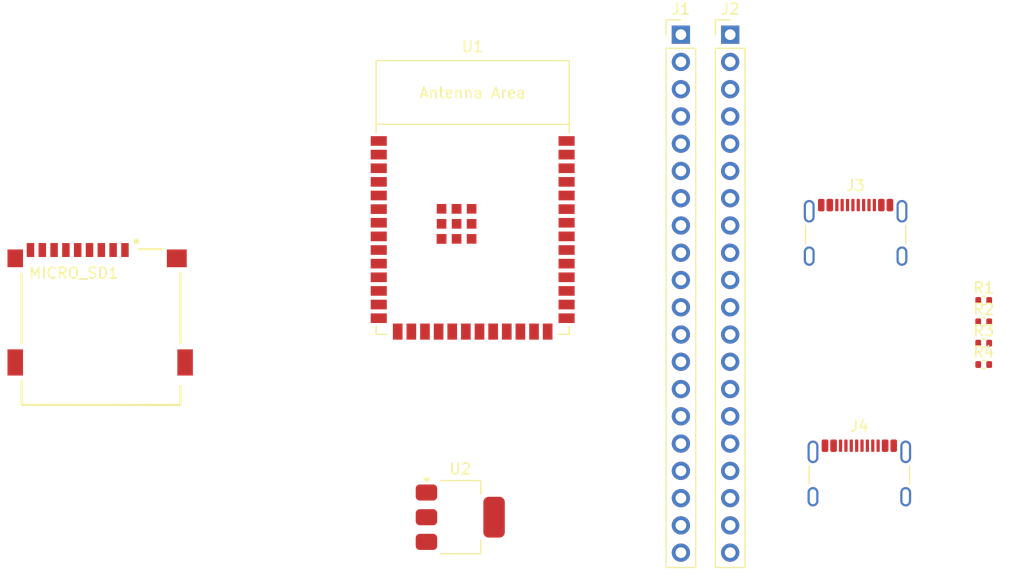
<source format=kicad_pcb>
(kicad_pcb (version 20241229) (generator "pcbnew") (generator_version "9.0")
  (layers (0 "F.Cu" signal) (2 "B.Cu" signal) (13 "F.Paste" user) (15 "B.Paste" user) (5 "F.SilkS" user "F.Silkscreen") (7 "B.SilkS" user "B.Silkscreen") (1 "F.Mask" user) (3 "B.Mask" user) (25 "Edge.Cuts" user))
  (net 0 "")
  (net 5 "Net-(U1-GND-Pad1)")
  (net 27 "+3.3V")
  (net 83 "Net-(J3-VBUS-PadA4)")
  (net 86 "Net-(J3-D+-PadA6)")
  (net 88 "Net-(J3-GND-PadA1)")
  (net 89 "Net-(J3-D--PadA7)")
  (net 96 "Net-(J4-D--PadA7)")
  (net 97 "Net-(J4-GND-PadA1)")
  (net 98 "Net-(J4-D+-PadA6)")
  (net 99 "Net-(J4-VBUS-PadA4)")
  (net 101 "Net-(J3-CC2)")
  (net 102 "Net-(J3-CC1)")
  (net 103 "Net-(J4-CC2)")
  (net 104 "Net-(J4-CC1)")
  (net 105 "SHIELD")
  (footprint "Connector_USB:USB_C_Receptacle_GCT_USB4105-xx-A_16P_TopMnt_Horizontal" (layer "F.Cu") (at 178.308 85.344)
    (property "Reference" "J3" (at 0 -5.5 0) (layer "F.SilkS"))
    (property "Value" "USB_C_Receptacle_USB2.0_16P")
    (fp_line (start -4.67 -0.1) (end -4.67 -1.8) (stroke (width 0.12)) (layer "F.SilkS"))
    (fp_line (start 4.67 -0.1) (end 4.67 -1.8) (stroke (width 0.12)) (layer "F.SilkS"))
    (pad "" np_thru_hole circle (at -2.89 -2.605) (size 0.65 0.65) (drill 0.65) (layers "*.Cu" "*.Mask"))
    (pad "" np_thru_hole circle (at 2.89 -2.605) (size 0.65 0.65) (drill 0.65) (layers "*.Cu" "*.Mask"))
    (pad "A1" smd roundrect (at -3.2 -3.68) (size 0.6 1.15) (layers "F.Cu" "F.Mask" "F.Paste") (net 88 "Net-(J3-GND-PadA1)"))
    (pad "A4" smd roundrect (at -2.4 -3.68) (size 0.6 1.15) (layers "F.Cu" "F.Mask" "F.Paste") (net 83 "Net-(J3-VBUS-PadA4)"))
    (pad "A5" smd roundrect (at -1.25 -3.68) (size 0.3 1.15) (layers "F.Cu" "F.Mask" "F.Paste") (net 102 "Net-(J3-CC1)"))
    (pad "A6" smd roundrect (at -0.25 -3.68) (size 0.3 1.15) (layers "F.Cu" "F.Mask" "F.Paste") (net 86 "Net-(J3-D+-PadA6)"))
    (pad "A7" smd roundrect (at 0.25 -3.68) (size 0.3 1.15) (layers "F.Cu" "F.Mask" "F.Paste") (net 89 "Net-(J3-D--PadA7)"))
    (pad "A8" smd roundrect (at 1.25 -3.68) (size 0.3 1.15) (layers "F.Cu" "F.Mask" "F.Paste"))
    (pad "A9" smd roundrect (at 2.4 -3.68) (size 0.6 1.15) (layers "F.Cu" "F.Mask" "F.Paste") (net 83 "Net-(J3-VBUS-PadA4)"))
    (pad "A12" smd roundrect (at 3.2 -3.68) (size 0.6 1.15) (layers "F.Cu" "F.Mask" "F.Paste") (net 88 "Net-(J3-GND-PadA1)"))
    (pad "B1" smd roundrect (at 3.2 -3.68) (size 0.6 1.15) (layers "F.Cu" "F.Mask" "F.Paste") (net 88 "Net-(J3-GND-PadA1)"))
    (pad "B4" smd roundrect (at 2.4 -3.68) (size 0.6 1.15) (layers "F.Cu" "F.Mask" "F.Paste") (net 83 "Net-(J3-VBUS-PadA4)"))
    (pad "B5" smd roundrect (at 1.75 -3.68) (size 0.3 1.15) (layers "F.Cu" "F.Mask" "F.Paste") (net 101 "Net-(J3-CC2)"))
    (pad "B6" smd roundrect (at 0.75 -3.68) (size 0.3 1.15) (layers "F.Cu" "F.Mask" "F.Paste") (net 86 "Net-(J3-D+-PadA6)"))
    (pad "B7" smd roundrect (at -0.75 -3.68) (size 0.3 1.15) (layers "F.Cu" "F.Mask" "F.Paste") (net 89 "Net-(J3-D--PadA7)"))
    (pad "B8" smd roundrect (at -1.75 -3.68) (size 0.3 1.15) (layers "F.Cu" "F.Mask" "F.Paste"))
    (pad "B9" smd roundrect (at -2.4 -3.68) (size 0.6 1.15) (layers "F.Cu" "F.Mask" "F.Paste") (net 83 "Net-(J3-VBUS-PadA4)"))
    (pad "B12" smd roundrect (at -3.2 -3.68) (size 0.6 1.15) (layers "F.Cu" "F.Mask" "F.Paste") (net 88 "Net-(J3-GND-PadA1)"))
    (pad "S1" thru_hole oval (at -4.32 -3.105) (size 1 2.1) (drill oval 0.6 1.7) (property pad_prop_heatsink) (layers "*.Cu" "*.Mask" "F.Paste"))
    (pad "S1" thru_hole oval (at -4.32 1.075) (size 1 1.8) (drill oval 0.6 1.4) (property pad_prop_heatsink) (layers "*.Cu" "*.Mask" "F.Paste"))
    (pad "S1" thru_hole oval (at 4.32 -3.105) (size 1 2.1) (drill oval 0.6 1.7) (property pad_prop_heatsink) (layers "*.Cu" "*.Mask" "F.Paste"))
    (pad "S1" thru_hole oval (at 4.32 1.075) (size 1 1.8) (drill oval 0.6 1.4) (property pad_prop_heatsink) (layers "*.Cu" "*.Mask" "F.Paste"))
  )
  (footprint "proj_foot:TF-01A" (layer "F.Cu") (at 108.0062 93.0258)
    (property "Reference" "MICRO_SD1" (at -2.54 -5.024 0) (layer "F.SilkS"))
    (property "Value" "TF-01A")
    (fp_line (start -7.4 -5) (end -7.4 1.5) (stroke (width 0.2032)) (layer "F.SilkS"))
    (fp_line (start -7.4 5) (end -7.39902 7.25) (stroke (width 0.2032)) (layer "F.SilkS"))
    (fp_line (start -7.39902 7.25) (end 7.39902 7.2627) (stroke (width 0.2032)) (layer "F.SilkS"))
    (fp_line (start 3.5 -7.25) (end 5.738 -7.25) (stroke (width 0.2032)) (layer "F.SilkS"))
    (fp_line (start 7.39902 7.2627) (end 7.4 5.5) (stroke (width 0.2032)) (layer "F.SilkS"))
    (fp_line (start 7.4 1.5) (end 7.4 -5) (stroke (width 0.2032)) (layer "F.SilkS"))
    (fp_circle (center 3.29565 -7.98449) (end 3.54965 -7.98449) (fill yes) (layer "F.SilkS"))
    (pad "" np_thru_hole circle (at -5.0038 3.5306) (size 0.999997 0.999997) (drill 0.999997) (layers "*.Cu" "*.Mask"))
    (pad "" np_thru_hole circle (at 2.9718 3.5306) (size 0.999997 0.999997) (drill 0.999997) (layers "*.Cu" "*.Mask"))
    (pad "1" smd rect (at 2.2298 -7.1738) (size 0.7 1.3) (layers "F.Cu" "F.Mask" "F.Paste"))
    (pad "2" smd rect (at 1.1298 -7.1738) (size 0.7 1.3) (layers "F.Cu" "F.Mask" "F.Paste"))
    (pad "3" smd rect (at 0.0298 -7.1738) (size 0.7 1.3) (layers "F.Cu" "F.Mask" "F.Paste"))
    (pad "4" smd rect (at -1.0702 -7.1738) (size 0.7 1.3) (layers "F.Cu" "F.Mask" "F.Paste"))
    (pad "5" smd rect (at -2.1702 -7.1738) (size 0.7 1.3) (layers "F.Cu" "F.Mask" "F.Paste"))
    (pad "6" smd rect (at -3.2702 -7.1738) (size 0.7 1.3) (layers "F.Cu" "F.Mask" "F.Paste"))
    (pad "7" smd rect (at -4.3702 -7.1738) (size 0.7 1.3) (layers "F.Cu" "F.Mask" "F.Paste"))
    (pad "8" smd rect (at -5.4702 -7.1738) (size 0.7 1.3) (layers "F.Cu" "F.Mask" "F.Paste"))
    (pad "CD1" smd rect (at -6.5702 -7.1738) (size 0.7 1.3) (layers "F.Cu" "F.Mask" "F.Paste"))
    (pad "MP1" smd rect (at -7.9886 -6.4) (size 1.4478 1.651) (layers "F.Cu" "F.Mask" "F.Paste") (net 105 "SHIELD"))
    (pad "MP2" smd rect (at -7.9886 3.3) (size 1.4478 2.4384) (layers "F.Cu" "F.Mask" "F.Paste") (net 105 "SHIELD"))
    (pad "MP3" smd rect (at 7.8362 3.3) (size 1.4478 2.4384) (layers "F.Cu" "F.Mask" "F.Paste") (net 105 "SHIELD"))
    (pad "MP4" smd rect (at 7.0612 -6.4) (size 1.8542 1.651) (layers "F.Cu" "F.Mask" "F.Paste") (net 105 "SHIELD"))
  )
  (footprint "Connector_PinHeader_2.54mm:PinHeader_1x20_P2.54mm_Vertical" (layer "F.Cu") (at 162.034 65.786)
    (property "Reference" "J1" (at 0 -2.38 0) (layer "F.SilkS"))
    (property "Value" "Conn_01x20_Pin")
    (fp_line (start -1.38 -1.38) (end 0 -1.38) (stroke (width 0.12)) (layer "F.SilkS"))
    (fp_line (start -1.38 0) (end -1.38 -1.38) (stroke (width 0.12)) (layer "F.SilkS"))
    (fp_line (start -1.38 1.27) (end -1.38 49.64) (stroke (width 0.12)) (layer "F.SilkS"))
    (fp_line (start -1.38 1.27) (end 1.38 1.27) (stroke (width 0.12)) (layer "F.SilkS"))
    (fp_line (start -1.38 49.64) (end 1.38 49.64) (stroke (width 0.12)) (layer "F.SilkS"))
    (fp_line (start 1.38 1.27) (end 1.38 49.64) (stroke (width 0.12)) (layer "F.SilkS"))
    (pad "1" thru_hole rect (at 0 0) (size 1.7 1.7) (drill 1) (layers "*.Cu" "*.Mask"))
    (pad "2" thru_hole circle (at 0 2.54) (size 1.7 1.7) (drill 1) (layers "*.Cu" "*.Mask"))
    (pad "3" thru_hole circle (at 0 5.08) (size 1.7 1.7) (drill 1) (layers "*.Cu" "*.Mask"))
    (pad "4" thru_hole circle (at 0 7.62) (size 1.7 1.7) (drill 1) (layers "*.Cu" "*.Mask"))
    (pad "5" thru_hole circle (at 0 10.16) (size 1.7 1.7) (drill 1) (layers "*.Cu" "*.Mask"))
    (pad "6" thru_hole circle (at 0 12.7) (size 1.7 1.7) (drill 1) (layers "*.Cu" "*.Mask"))
    (pad "7" thru_hole circle (at 0 15.24) (size 1.7 1.7) (drill 1) (layers "*.Cu" "*.Mask"))
    (pad "8" thru_hole circle (at 0 17.78) (size 1.7 1.7) (drill 1) (layers "*.Cu" "*.Mask"))
    (pad "9" thru_hole circle (at 0 20.32) (size 1.7 1.7) (drill 1) (layers "*.Cu" "*.Mask"))
    (pad "10" thru_hole circle (at 0 22.86) (size 1.7 1.7) (drill 1) (layers "*.Cu" "*.Mask"))
    (pad "11" thru_hole circle (at 0 25.4) (size 1.7 1.7) (drill 1) (layers "*.Cu" "*.Mask"))
    (pad "12" thru_hole circle (at 0 27.94) (size 1.7 1.7) (drill 1) (layers "*.Cu" "*.Mask"))
    (pad "13" thru_hole circle (at 0 30.48) (size 1.7 1.7) (drill 1) (layers "*.Cu" "*.Mask"))
    (pad "14" thru_hole circle (at 0 33.02) (size 1.7 1.7) (drill 1) (layers "*.Cu" "*.Mask"))
    (pad "15" thru_hole circle (at 0 35.56) (size 1.7 1.7) (drill 1) (layers "*.Cu" "*.Mask"))
    (pad "16" thru_hole circle (at 0 38.1) (size 1.7 1.7) (drill 1) (layers "*.Cu" "*.Mask"))
    (pad "17" thru_hole circle (at 0 40.64) (size 1.7 1.7) (drill 1) (layers "*.Cu" "*.Mask"))
    (pad "18" thru_hole circle (at 0 43.18) (size 1.7 1.7) (drill 1) (layers "*.Cu" "*.Mask"))
    (pad "19" thru_hole circle (at 0 45.72) (size 1.7 1.7) (drill 1) (layers "*.Cu" "*.Mask"))
    (pad "20" thru_hole circle (at 0 48.26) (size 1.7 1.7) (drill 1) (layers "*.Cu" "*.Mask"))
  )
  (footprint "Connector_PinHeader_2.54mm:PinHeader_1x20_P2.54mm_Vertical" (layer "F.Cu") (at 166.624 65.786)
    (property "Reference" "J2" (at 0 -2.38 0) (layer "F.SilkS"))
    (property "Value" "Conn_01x20_Pin")
    (fp_line (start -1.38 -1.38) (end 0 -1.38) (stroke (width 0.12)) (layer "F.SilkS"))
    (fp_line (start -1.38 0) (end -1.38 -1.38) (stroke (width 0.12)) (layer "F.SilkS"))
    (fp_line (start -1.38 1.27) (end -1.38 49.64) (stroke (width 0.12)) (layer "F.SilkS"))
    (fp_line (start -1.38 1.27) (end 1.38 1.27) (stroke (width 0.12)) (layer "F.SilkS"))
    (fp_line (start -1.38 49.64) (end 1.38 49.64) (stroke (width 0.12)) (layer "F.SilkS"))
    (fp_line (start 1.38 1.27) (end 1.38 49.64) (stroke (width 0.12)) (layer "F.SilkS"))
    (pad "1" thru_hole rect (at 0 0) (size 1.7 1.7) (drill 1) (layers "*.Cu" "*.Mask"))
    (pad "2" thru_hole circle (at 0 2.54) (size 1.7 1.7) (drill 1) (layers "*.Cu" "*.Mask"))
    (pad "3" thru_hole circle (at 0 5.08) (size 1.7 1.7) (drill 1) (layers "*.Cu" "*.Mask"))
    (pad "4" thru_hole circle (at 0 7.62) (size 1.7 1.7) (drill 1) (layers "*.Cu" "*.Mask"))
    (pad "5" thru_hole circle (at 0 10.16) (size 1.7 1.7) (drill 1) (layers "*.Cu" "*.Mask"))
    (pad "6" thru_hole circle (at 0 12.7) (size 1.7 1.7) (drill 1) (layers "*.Cu" "*.Mask"))
    (pad "7" thru_hole circle (at 0 15.24) (size 1.7 1.7) (drill 1) (layers "*.Cu" "*.Mask"))
    (pad "8" thru_hole circle (at 0 17.78) (size 1.7 1.7) (drill 1) (layers "*.Cu" "*.Mask"))
    (pad "9" thru_hole circle (at 0 20.32) (size 1.7 1.7) (drill 1) (layers "*.Cu" "*.Mask"))
    (pad "10" thru_hole circle (at 0 22.86) (size 1.7 1.7) (drill 1) (layers "*.Cu" "*.Mask"))
    (pad "11" thru_hole circle (at 0 25.4) (size 1.7 1.7) (drill 1) (layers "*.Cu" "*.Mask"))
    (pad "12" thru_hole circle (at 0 27.94) (size 1.7 1.7) (drill 1) (layers "*.Cu" "*.Mask"))
    (pad "13" thru_hole circle (at 0 30.48) (size 1.7 1.7) (drill 1) (layers "*.Cu" "*.Mask"))
    (pad "14" thru_hole circle (at 0 33.02) (size 1.7 1.7) (drill 1) (layers "*.Cu" "*.Mask"))
    (pad "15" thru_hole circle (at 0 35.56) (size 1.7 1.7) (drill 1) (layers "*.Cu" "*.Mask"))
    (pad "16" thru_hole circle (at 0 38.1) (size 1.7 1.7) (drill 1) (layers "*.Cu" "*.Mask"))
    (pad "17" thru_hole circle (at 0 40.64) (size 1.7 1.7) (drill 1) (layers "*.Cu" "*.Mask"))
    (pad "18" thru_hole circle (at 0 43.18) (size 1.7 1.7) (drill 1) (layers "*.Cu" "*.Mask"))
    (pad "19" thru_hole circle (at 0 45.72) (size 1.7 1.7) (drill 1) (layers "*.Cu" "*.Mask"))
    (pad "20" thru_hole circle (at 0 48.26) (size 1.7 1.7) (drill 1) (layers "*.Cu" "*.Mask"))
  )
  (footprint "Resistor_SMD:R_0402_1005Metric" (layer "F.Cu") (at 190.244 94.53)
    (property "Reference" "R3" (at 0 -1.17 0) (layer "F.SilkS"))
    (property "Value" "4k7 0402")
    (fp_line (start -0.153641 -0.38) (end 0.153641 -0.38) (stroke (width 0.12)) (layer "F.SilkS"))
    (fp_line (start -0.153641 0.38) (end 0.153641 0.38) (stroke (width 0.12)) (layer "F.SilkS"))
    (pad "1" smd roundrect (at -0.51 0) (size 0.54 0.64) (layers "F.Cu" "F.Mask" "F.Paste") (net 104 "Net-(J4-CC1)"))
    (pad "2" smd roundrect (at 0.51 0) (size 0.54 0.64) (layers "F.Cu" "F.Mask" "F.Paste"))
  )
  (footprint "Package_TO_SOT_SMD:SOT-223-3_TabPin2" (layer "F.Cu") (at 141.478 110.744)
    (property "Reference" "U2" (at 0 -4.5 0) (layer "F.SilkS"))
    (property "Value" "AMS1117-3.3")
    (fp_line (start -1.85 -3.41) (end 1.91 -3.41) (stroke (width 0.12)) (layer "F.SilkS"))
    (fp_line (start -1.85 3.41) (end 1.91 3.41) (stroke (width 0.12)) (layer "F.SilkS"))
    (fp_line (start 1.91 -3.41) (end 1.91 -2.15) (stroke (width 0.12)) (layer "F.SilkS"))
    (fp_line (start 1.91 3.41) (end 1.91 2.15) (stroke (width 0.12)) (layer "F.SilkS"))
    (fp_poly (pts (xy -3.13 -3.31) (xy -3.37 -3.64) (xy -2.89 -3.64) (xy -3.13 -3.31)) (stroke (width 0.12)) (fill yes) (layer "F.SilkS"))
    (pad "1" smd roundrect (at -3.15 -2.3) (size 2 1.5) (layers "F.Cu" "F.Mask" "F.Paste"))
    (pad "2" smd roundrect (at -3.15 0) (size 2 1.5) (layers "F.Cu" "F.Mask" "F.Paste"))
    (pad "2" smd roundrect (at 3.15 0) (size 2 3.8) (layers "F.Cu" "F.Mask" "F.Paste"))
    (pad "3" smd roundrect (at -3.15 2.3) (size 2 1.5) (layers "F.Cu" "F.Mask" "F.Paste"))
  )
  (footprint "Connector_USB:USB_C_Receptacle_GCT_USB4105-xx-A_16P_TopMnt_Horizontal" (layer "F.Cu") (at 178.658 107.761)
    (property "Reference" "J4" (at 0 -5.5 0) (layer "F.SilkS"))
    (property "Value" "USB_C_Receptacle_USB2.0_16P")
    (fp_line (start -4.67 -0.1) (end -4.67 -1.8) (stroke (width 0.12)) (layer "F.SilkS"))
    (fp_line (start 4.67 -0.1) (end 4.67 -1.8) (stroke (width 0.12)) (layer "F.SilkS"))
    (pad "" np_thru_hole circle (at -2.89 -2.605) (size 0.65 0.65) (drill 0.65) (layers "*.Cu" "*.Mask"))
    (pad "" np_thru_hole circle (at 2.89 -2.605) (size 0.65 0.65) (drill 0.65) (layers "*.Cu" "*.Mask"))
    (pad "A1" smd roundrect (at -3.2 -3.68) (size 0.6 1.15) (layers "F.Cu" "F.Mask" "F.Paste") (net 97 "Net-(J4-GND-PadA1)"))
    (pad "A4" smd roundrect (at -2.4 -3.68) (size 0.6 1.15) (layers "F.Cu" "F.Mask" "F.Paste") (net 99 "Net-(J4-VBUS-PadA4)"))
    (pad "A5" smd roundrect (at -1.25 -3.68) (size 0.3 1.15) (layers "F.Cu" "F.Mask" "F.Paste") (net 104 "Net-(J4-CC1)"))
    (pad "A6" smd roundrect (at -0.25 -3.68) (size 0.3 1.15) (layers "F.Cu" "F.Mask" "F.Paste") (net 98 "Net-(J4-D+-PadA6)"))
    (pad "A7" smd roundrect (at 0.25 -3.68) (size 0.3 1.15) (layers "F.Cu" "F.Mask" "F.Paste") (net 96 "Net-(J4-D--PadA7)"))
    (pad "A8" smd roundrect (at 1.25 -3.68) (size 0.3 1.15) (layers "F.Cu" "F.Mask" "F.Paste"))
    (pad "A9" smd roundrect (at 2.4 -3.68) (size 0.6 1.15) (layers "F.Cu" "F.Mask" "F.Paste") (net 99 "Net-(J4-VBUS-PadA4)"))
    (pad "A12" smd roundrect (at 3.2 -3.68) (size 0.6 1.15) (layers "F.Cu" "F.Mask" "F.Paste") (net 97 "Net-(J4-GND-PadA1)"))
    (pad "B1" smd roundrect (at 3.2 -3.68) (size 0.6 1.15) (layers "F.Cu" "F.Mask" "F.Paste") (net 97 "Net-(J4-GND-PadA1)"))
    (pad "B4" smd roundrect (at 2.4 -3.68) (size 0.6 1.15) (layers "F.Cu" "F.Mask" "F.Paste") (net 99 "Net-(J4-VBUS-PadA4)"))
    (pad "B5" smd roundrect (at 1.75 -3.68) (size 0.3 1.15) (layers "F.Cu" "F.Mask" "F.Paste") (net 103 "Net-(J4-CC2)"))
    (pad "B6" smd roundrect (at 0.75 -3.68) (size 0.3 1.15) (layers "F.Cu" "F.Mask" "F.Paste") (net 98 "Net-(J4-D+-PadA6)"))
    (pad "B7" smd roundrect (at -0.75 -3.68) (size 0.3 1.15) (layers "F.Cu" "F.Mask" "F.Paste") (net 96 "Net-(J4-D--PadA7)"))
    (pad "B8" smd roundrect (at -1.75 -3.68) (size 0.3 1.15) (layers "F.Cu" "F.Mask" "F.Paste"))
    (pad "B9" smd roundrect (at -2.4 -3.68) (size 0.6 1.15) (layers "F.Cu" "F.Mask" "F.Paste") (net 99 "Net-(J4-VBUS-PadA4)"))
    (pad "B12" smd roundrect (at -3.2 -3.68) (size 0.6 1.15) (layers "F.Cu" "F.Mask" "F.Paste") (net 97 "Net-(J4-GND-PadA1)"))
    (pad "S1" thru_hole oval (at -4.32 -3.105) (size 1 2.1) (drill oval 0.6 1.7) (property pad_prop_heatsink) (layers "*.Cu" "*.Mask" "F.Paste"))
    (pad "S1" thru_hole oval (at -4.32 1.075) (size 1 1.8) (drill oval 0.6 1.4) (property pad_prop_heatsink) (layers "*.Cu" "*.Mask" "F.Paste"))
    (pad "S1" thru_hole oval (at 4.32 -3.105) (size 1 2.1) (drill oval 0.6 1.7) (property pad_prop_heatsink) (layers "*.Cu" "*.Mask" "F.Paste"))
    (pad "S1" thru_hole oval (at 4.32 1.075) (size 1 1.8) (drill oval 0.6 1.4) (property pad_prop_heatsink) (layers "*.Cu" "*.Mask" "F.Paste"))
  )
  (footprint "Resistor_SMD:R_0402_1005Metric" (layer "F.Cu") (at 190.244 92.54)
    (property "Reference" "R2" (at 0 -1.17 0) (layer "F.SilkS"))
    (property "Value" "4k7 0402")
    (fp_line (start -0.153641 -0.38) (end 0.153641 -0.38) (stroke (width 0.12)) (layer "F.SilkS"))
    (fp_line (start -0.153641 0.38) (end 0.153641 0.38) (stroke (width 0.12)) (layer "F.SilkS"))
    (pad "1" smd roundrect (at -0.51 0) (size 0.54 0.64) (layers "F.Cu" "F.Mask" "F.Paste") (net 101 "Net-(J3-CC2)"))
    (pad "2" smd roundrect (at 0.51 0) (size 0.54 0.64) (layers "F.Cu" "F.Mask" "F.Paste"))
  )
  (footprint "Resistor_SMD:R_0402_1005Metric" (layer "F.Cu") (at 190.244 96.52)
    (property "Reference" "R4" (at 0 -1.17 0) (layer "F.SilkS"))
    (property "Value" "4k7 0402")
    (fp_line (start -0.153641 -0.38) (end 0.153641 -0.38) (stroke (width 0.12)) (layer "F.SilkS"))
    (fp_line (start -0.153641 0.38) (end 0.153641 0.38) (stroke (width 0.12)) (layer "F.SilkS"))
    (pad "1" smd roundrect (at -0.51 0) (size 0.54 0.64) (layers "F.Cu" "F.Mask" "F.Paste") (net 103 "Net-(J4-CC2)"))
    (pad "2" smd roundrect (at 0.51 0) (size 0.54 0.64) (layers "F.Cu" "F.Mask" "F.Paste"))
  )
  (footprint "PCM_Espressif:ESP32-S3-WROOM-1" (layer "F.Cu") (at 142.634 83.952)
    (property "Reference" "U1" (at 0 -17.05 0) (layer "F.SilkS"))
    (property "Value" "ESP32-S3-WROOM-1")
    (fp_line (start -9 -15.75) (end -9 -9) (stroke (width 0.12)) (layer "F.SilkS"))
    (fp_line (start -9 -15.75) (end 9 -15.75) (stroke (width 0.12)) (layer "F.SilkS"))
    (fp_line (start -9 9) (end -9 9.75) (stroke (width 0.12)) (layer "F.SilkS"))
    (fp_line (start -9 9.75) (end -8 9.75) (stroke (width 0.12)) (layer "F.SilkS"))
    (fp_line (start 9 -15.75) (end 9 -9) (stroke (width 0.12)) (layer "F.SilkS"))
    (fp_line (start 9 -9.81) (end -9 -9.81) (stroke (width 0.12)) (layer "F.SilkS"))
    (fp_line (start 9 9) (end 9 9.75) (stroke (width 0.12)) (layer "F.SilkS"))
    (fp_line (start 9 9.75) (end 8 9.75) (stroke (width 0.12)) (layer "F.SilkS"))
    (fp_text user "Antenna Area" (at 0 -12.75 0) (layer "F.SilkS"))
    (pad "1" smd rect (at -8.75 -8.26) (size 1.5 0.9) (layers "F.Cu" "F.Mask" "F.Paste") (net 5 "Net-(U1-GND-Pad1)"))
    (pad "2" smd rect (at -8.75 -6.99) (size 1.5 0.9) (layers "F.Cu" "F.Mask" "F.Paste") (net 27 "+3.3V"))
    (pad "3" smd rect (at -8.75 -5.72) (size 1.5 0.9) (layers "F.Cu" "F.Mask" "F.Paste"))
    (pad "4" smd rect (at -8.75 -4.45) (size 1.5 0.9) (layers "F.Cu" "F.Mask" "F.Paste"))
    (pad "5" smd rect (at -8.75 -3.18) (size 1.5 0.9) (layers "F.Cu" "F.Mask" "F.Paste"))
    (pad "6" smd rect (at -8.75 -1.91) (size 1.5 0.9) (layers "F.Cu" "F.Mask" "F.Paste"))
    (pad "7" smd rect (at -8.75 -0.64) (size 1.5 0.9) (layers "F.Cu" "F.Mask" "F.Paste"))
    (pad "8" smd rect (at -8.75 0.63) (size 1.5 0.9) (layers "F.Cu" "F.Mask" "F.Paste"))
    (pad "9" smd rect (at -8.75 1.9) (size 1.5 0.9) (layers "F.Cu" "F.Mask" "F.Paste"))
    (pad "10" smd rect (at -8.75 3.17) (size 1.5 0.9) (layers "F.Cu" "F.Mask" "F.Paste"))
    (pad "11" smd rect (at -8.75 4.44) (size 1.5 0.9) (layers "F.Cu" "F.Mask" "F.Paste"))
    (pad "12" smd rect (at -8.75 5.71) (size 1.5 0.9) (layers "F.Cu" "F.Mask" "F.Paste"))
    (pad "13" smd rect (at -8.75 6.98) (size 1.5 0.9) (layers "F.Cu" "F.Mask" "F.Paste"))
    (pad "14" smd rect (at -8.75 8.25) (size 1.5 0.9) (layers "F.Cu" "F.Mask" "F.Paste"))
    (pad "15" smd rect (at -6.985 9.5 90) (size 1.5 0.9) (layers "F.Cu" "F.Mask" "F.Paste"))
    (pad "16" smd rect (at -5.715 9.5 90) (size 1.5 0.9) (layers "F.Cu" "F.Mask" "F.Paste"))
    (pad "17" smd rect (at -4.445 9.5 90) (size 1.5 0.9) (layers "F.Cu" "F.Mask" "F.Paste"))
    (pad "18" smd rect (at -3.175 9.5 90) (size 1.5 0.9) (layers "F.Cu" "F.Mask" "F.Paste"))
    (pad "19" smd rect (at -1.905 9.5 90) (size 1.5 0.9) (layers "F.Cu" "F.Mask" "F.Paste"))
    (pad "20" smd rect (at -0.635 9.5 90) (size 1.5 0.9) (layers "F.Cu" "F.Mask" "F.Paste"))
    (pad "21" smd rect (at 0.635 9.5 90) (size 1.5 0.9) (layers "F.Cu" "F.Mask" "F.Paste"))
    (pad "22" smd rect (at 1.905 9.5 90) (size 1.5 0.9) (layers "F.Cu" "F.Mask" "F.Paste"))
    (pad "23" smd rect (at 3.175 9.5 90) (size 1.5 0.9) (layers "F.Cu" "F.Mask" "F.Paste"))
    (pad "24" smd rect (at 4.445 9.5 90) (size 1.5 0.9) (layers "F.Cu" "F.Mask" "F.Paste"))
    (pad "25" smd rect (at 5.715 9.5 90) (size 1.5 0.9) (layers "F.Cu" "F.Mask" "F.Paste"))
    (pad "26" smd rect (at 6.985 9.5 90) (size 1.5 0.9) (layers "F.Cu" "F.Mask" "F.Paste"))
    (pad "27" smd rect (at 8.75 8.25 180) (size 1.5 0.9) (layers "F.Cu" "F.Mask" "F.Paste"))
    (pad "28" smd rect (at 8.75 6.98 180) (size 1.5 0.9) (layers "F.Cu" "F.Mask" "F.Paste"))
    (pad "29" smd rect (at 8.75 5.71 180) (size 1.5 0.9) (layers "F.Cu" "F.Mask" "F.Paste"))
    (pad "30" smd rect (at 8.75 4.44 180) (size 1.5 0.9) (layers "F.Cu" "F.Mask" "F.Paste"))
    (pad "31" smd rect (at 8.75 3.17 180) (size 1.5 0.9) (layers "F.Cu" "F.Mask" "F.Paste"))
    (pad "32" smd rect (at 8.75 1.9 180) (size 1.5 0.9) (layers "F.Cu" "F.Mask" "F.Paste"))
    (pad "33" smd rect (at 8.75 0.63 180) (size 1.5 0.9) (layers "F.Cu" "F.Mask" "F.Paste"))
    (pad "34" smd rect (at 8.75 -0.64 180) (size 1.5 0.9) (layers "F.Cu" "F.Mask" "F.Paste"))
    (pad "35" smd rect (at 8.75 -1.91 180) (size 1.5 0.9) (layers "F.Cu" "F.Mask" "F.Paste"))
    (pad "36" smd rect (at 8.75 -3.18 180) (size 1.5 0.9) (layers "F.Cu" "F.Mask" "F.Paste"))
    (pad "37" smd rect (at 8.75 -4.45 180) (size 1.5 0.9) (layers "F.Cu" "F.Mask" "F.Paste"))
    (pad "38" smd rect (at 8.75 -5.72 180) (size 1.5 0.9) (layers "F.Cu" "F.Mask" "F.Paste"))
    (pad "39" smd rect (at 8.75 -6.99 180) (size 1.5 0.9) (layers "F.Cu" "F.Mask" "F.Paste"))
    (pad "40" smd rect (at 8.75 -8.26 180) (size 1.5 0.9) (layers "F.Cu" "F.Mask" "F.Paste") (net 5 "Net-(U1-GND-Pad1)"))
    (pad "41" smd rect (at -2.9 -1.94 180) (size 0.9 0.9) (layers "F.Cu" "F.Mask" "F.Paste") (net 5 "Net-(U1-GND-Pad1)"))
    (pad "41" smd rect (at -2.9 -0.54 180) (size 0.9 0.9) (layers "F.Cu" "F.Mask" "F.Paste") (net 5 "Net-(U1-GND-Pad1)"))
    (pad "41" smd rect (at -2.9 0.86 180) (size 0.9 0.9) (layers "F.Cu" "F.Mask" "F.Paste") (net 5 "Net-(U1-GND-Pad1)"))
    (pad "41" smd rect (at -2.9 0.86 180) (size 0.9 0.9) (layers "F.Cu" "F.Mask" "F.Paste") (net 5 "Net-(U1-GND-Pad1)"))
    (pad "41" smd rect (at -1.5 -1.94 180) (size 0.9 0.9) (layers "F.Cu" "F.Mask" "F.Paste") (net 5 "Net-(U1-GND-Pad1)"))
    (pad "41" smd rect (at -1.5 -1.94 180) (size 0.9 0.9) (layers "F.Cu" "F.Mask" "F.Paste") (net 5 "Net-(U1-GND-Pad1)"))
    (pad "41" smd rect (at -1.5 -0.54 180) (size 0.9 0.9) (layers "F.Cu" "F.Mask" "F.Paste") (net 5 "Net-(U1-GND-Pad1)"))
    (pad "41" smd rect (at -1.5 0.86 180) (size 0.9 0.9) (layers "F.Cu" "F.Mask" "F.Paste") (net 5 "Net-(U1-GND-Pad1)"))
    (pad "41" smd rect (at -0.1 -1.94 180) (size 0.9 0.9) (layers "F.Cu" "F.Mask" "F.Paste") (net 5 "Net-(U1-GND-Pad1)"))
    (pad "41" smd rect (at -0.1 -0.54 180) (size 0.9 0.9) (layers "F.Cu" "F.Mask" "F.Paste") (net 5 "Net-(U1-GND-Pad1)"))
    (pad "41" smd rect (at -0.1 0.86 180) (size 0.9 0.9) (layers "F.Cu" "F.Mask" "F.Paste") (net 5 "Net-(U1-GND-Pad1)"))
  )
  (footprint "Resistor_SMD:R_0402_1005Metric" (layer "F.Cu") (at 190.244 90.55)
    (property "Reference" "R1" (at 0 -1.17 0) (layer "F.SilkS"))
    (property "Value" "4k7 0402")
    (fp_line (start -0.153641 -0.38) (end 0.153641 -0.38) (stroke (width 0.12)) (layer "F.SilkS"))
    (fp_line (start -0.153641 0.38) (end 0.153641 0.38) (stroke (width 0.12)) (layer "F.SilkS"))
    (pad "1" smd roundrect (at -0.51 0) (size 0.54 0.64) (layers "F.Cu" "F.Mask" "F.Paste") (net 102 "Net-(J3-CC1)"))
    (pad "2" smd roundrect (at 0.51 0) (size 0.54 0.64) (layers "F.Cu" "F.Mask" "F.Paste"))
  )
)
</source>
